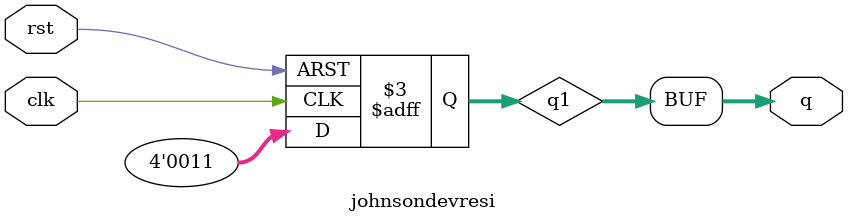
<source format=v>
`timescale 1ns / 1ps


module johnsondevresi(
   input rst,
 input clk,
 output [3:0] q
//    output [3:0] z, 
//    output [3:0] k
 );
 reg [3:0] q1;
//    integer q2;
//    integer q3;
 always @ (posedge clk or negedge rst) begin
     if(!rst) begin
         q1 = 4'b0000;
//            q2 <= 4'b0000;
//            q3 <= 4'b0000;
     end
     else begin
         q1 = 4'b0011;
     end
 end
 assign q = q1;
//    assign z = q2;
//    assign k = q3;
endmodule

</source>
